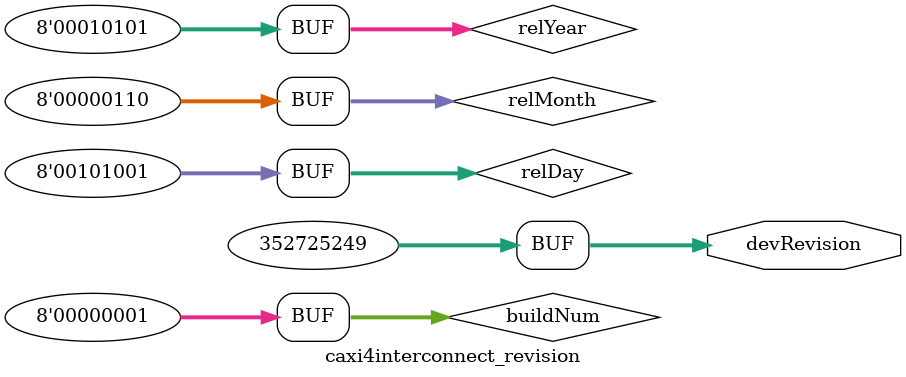
<source format=v>
`timescale 1ns / 1ns

module caxi4interconnect_revision ( devRevision );

output  [31:0]   devRevision;

wire    [7:0]    relYear;
wire    [7:0]    relMonth;
wire    [7:0]    relDay;
wire    [7:0]    buildNum;
wire    [31:0]   devRevision;

assign relYear            = 8'h15;      // Date: Year
assign relMonth           = 8'h06;      // Date: Month      
assign relDay             = 8'h29;      // Date: Day
assign buildNum           = 8'b0000001; // Build number


assign devRevision = {relYear,relMonth,relDay, buildNum};

endmodule

</source>
